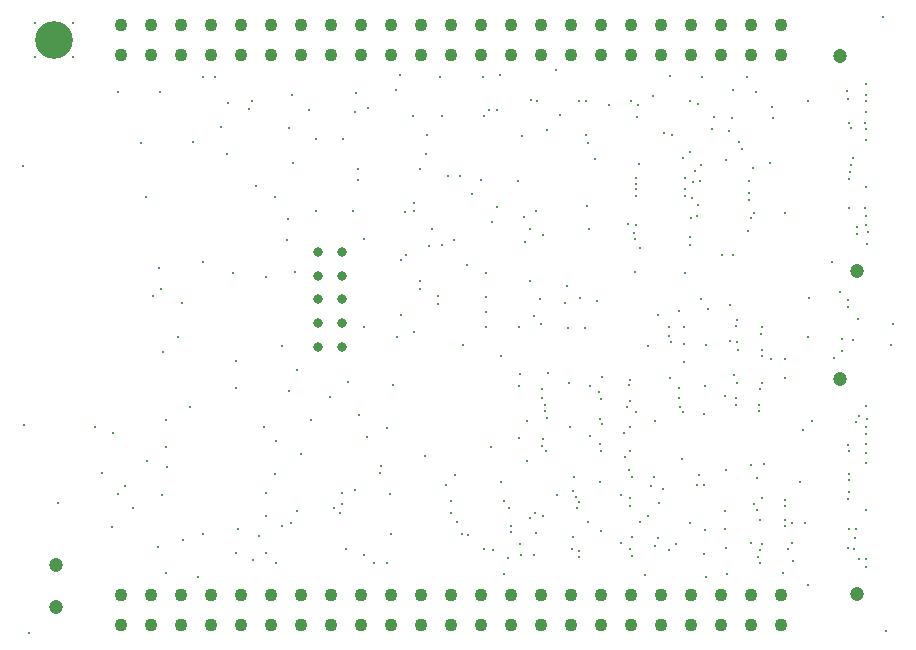
<source format=gbr>
%TF.GenerationSoftware,Altium Limited,Altium Designer,25.3.3 (18)*%
G04 Layer_Color=0*
%FSLAX45Y45*%
%MOMM*%
%TF.SameCoordinates,95E4F6BA-DA47-4B25-BB43-2529A7C35442*%
%TF.FilePolarity,Positive*%
%TF.FileFunction,Plated,1,6,PTH,Drill*%
%TF.Part,CustomerPanel*%
G01*
G75*
%TA.AperFunction,ComponentDrill*%
%ADD675C,1.20000*%
%ADD676C,1.10000*%
%ADD677C,0.80000*%
%ADD678C,3.20000*%
%TA.AperFunction,ViaDrill,NotFilled*%
%ADD679C,0.20000*%
%ADD680C,0.25000*%
%ADD681C,0.30000*%
D675*
X7995400Y3275000D02*
D03*
X8145400Y1455000D02*
D03*
X7995400Y6005000D02*
D03*
X8145400Y4185000D02*
D03*
X1362400Y1345000D02*
D03*
Y1695000D02*
D03*
D676*
X1914400Y1190500D02*
D03*
X2168400D02*
D03*
X2422400D02*
D03*
X2676400D02*
D03*
X2930400D02*
D03*
X3184400D02*
D03*
X3438400D02*
D03*
X3692400D02*
D03*
X3946400D02*
D03*
X4200400D02*
D03*
X4454400D02*
D03*
X4708400D02*
D03*
X4962400D02*
D03*
X5216400D02*
D03*
X5470400D02*
D03*
X5724400D02*
D03*
X5978400D02*
D03*
X6232400D02*
D03*
X6486400D02*
D03*
X6740400D02*
D03*
X6994400D02*
D03*
X7248400D02*
D03*
X7502400D02*
D03*
X1914400Y1444500D02*
D03*
X2168400D02*
D03*
X2422400D02*
D03*
X2676400D02*
D03*
X2930400D02*
D03*
X3184400D02*
D03*
X3438400D02*
D03*
X3692400D02*
D03*
X3946400D02*
D03*
X4200400D02*
D03*
X4454400D02*
D03*
X4708400D02*
D03*
X4962400D02*
D03*
X5216400D02*
D03*
X5470400D02*
D03*
X5724400D02*
D03*
X5978400D02*
D03*
X6232400D02*
D03*
X6486400D02*
D03*
X6740400D02*
D03*
X6994400D02*
D03*
X7248400D02*
D03*
X7502400D02*
D03*
X1914400Y6016500D02*
D03*
X2168400D02*
D03*
X2422400D02*
D03*
X2676400D02*
D03*
X2930400D02*
D03*
X3184400D02*
D03*
X3438400D02*
D03*
X3692400D02*
D03*
X3946400D02*
D03*
X4200400D02*
D03*
X4454400D02*
D03*
X4708400D02*
D03*
X4962400D02*
D03*
X5216400D02*
D03*
X5470400D02*
D03*
X5724400D02*
D03*
X5978400D02*
D03*
X6232400D02*
D03*
X6486400D02*
D03*
X6740400D02*
D03*
X6994400D02*
D03*
X7248400D02*
D03*
X7502400D02*
D03*
X1914400Y6270500D02*
D03*
X2168400D02*
D03*
X2422400D02*
D03*
X2676400D02*
D03*
X2930400D02*
D03*
X3184400D02*
D03*
X3438400D02*
D03*
X3692400D02*
D03*
X3946400D02*
D03*
X4200400D02*
D03*
X4454400D02*
D03*
X4708400D02*
D03*
X4962400D02*
D03*
X5216400D02*
D03*
X5470400D02*
D03*
X5724400D02*
D03*
X5978400D02*
D03*
X6232400D02*
D03*
X6486400D02*
D03*
X6740400D02*
D03*
X6994400D02*
D03*
X7248400D02*
D03*
X7502400D02*
D03*
D677*
X3782400Y3548000D02*
D03*
Y3748000D02*
D03*
Y3948000D02*
D03*
Y4148000D02*
D03*
Y4348000D02*
D03*
X3582400Y3548000D02*
D03*
Y3748000D02*
D03*
Y3948000D02*
D03*
Y4148000D02*
D03*
Y4348000D02*
D03*
D678*
X1342900Y6143500D02*
D03*
D679*
X8362400Y6340000D02*
D03*
X8387834Y1138008D02*
D03*
X1132400Y1120000D02*
D03*
X1092400Y2880000D02*
D03*
X1082400Y5080000D02*
D03*
X7123329Y3241556D02*
D03*
X7104560Y3303605D02*
D03*
X7032400Y5130000D02*
D03*
X7143504Y5282825D02*
D03*
X5127430Y2398108D02*
D03*
X8076493Y5442446D02*
D03*
X8091169Y5394648D02*
D03*
X8093555Y5088846D02*
D03*
X7217400Y4525000D02*
D03*
X6796322Y4746037D02*
D03*
X7001688Y4325269D02*
D03*
X6729627Y4410935D02*
D03*
X7260539Y5058678D02*
D03*
X7403056Y5099404D02*
D03*
X7172400Y5224024D02*
D03*
X7226631Y4790014D02*
D03*
X6814071Y4949987D02*
D03*
X7244827Y4638596D02*
D03*
X6670710Y5147500D02*
D03*
X6691150Y4972500D02*
D03*
X5927303Y5135789D02*
D03*
X6298125Y5094467D02*
D03*
X6201019Y4585892D02*
D03*
X6506625Y5358044D02*
D03*
X6770889Y5034141D02*
D03*
X6820826Y5082159D02*
D03*
X6756915Y4941800D02*
D03*
X6273201Y4979282D02*
D03*
X6271832Y4928233D02*
D03*
X6271552Y4878234D02*
D03*
X6275051Y4820726D02*
D03*
X6272768Y4579410D02*
D03*
X6686581Y4826477D02*
D03*
X7230145Y4949908D02*
D03*
X7227509Y4847507D02*
D03*
X7271144Y4682242D02*
D03*
X6685313Y4878659D02*
D03*
X6788829Y4655646D02*
D03*
X6743931Y4804879D02*
D03*
X6739900Y4632472D02*
D03*
X6259472Y4510077D02*
D03*
X6262312Y4458244D02*
D03*
X6307515Y4380763D02*
D03*
X6732792Y4479013D02*
D03*
X5192984Y2184630D02*
D03*
X5216395Y2030168D02*
D03*
X5216407Y1980169D02*
D03*
X5424659Y1972754D02*
D03*
X5418709Y2139368D02*
D03*
X5375539Y2097360D02*
D03*
X5157476Y2241599D02*
D03*
X6373386Y2111819D02*
D03*
X6240747Y2443955D02*
D03*
X6225077Y3267500D02*
D03*
X6211718Y3219318D02*
D03*
X6221716Y1830684D02*
D03*
X6209498Y2500277D02*
D03*
X6427240Y2440914D02*
D03*
X6401412Y2363380D02*
D03*
X6222400Y2200000D02*
D03*
X6240475Y1772333D02*
D03*
X6242626Y1938720D02*
D03*
X6310369Y2060192D02*
D03*
X6222400Y2270000D02*
D03*
Y2660000D02*
D03*
X5968916Y2719997D02*
D03*
X5974232Y2666353D02*
D03*
X5984129Y2889729D02*
D03*
X5964717Y2936769D02*
D03*
X6172400Y2820000D02*
D03*
X5962041Y3160608D02*
D03*
X5982388Y3289995D02*
D03*
X5972400Y3100000D02*
D03*
X6222400Y3090000D02*
D03*
X6194011Y3039769D02*
D03*
X7306761Y1770318D02*
D03*
X7515586Y1627402D02*
D03*
X7325610Y1715847D02*
D03*
X7592439Y1884245D02*
D03*
X7337170Y1873355D02*
D03*
X7319573Y1823379D02*
D03*
X7250173Y1881230D02*
D03*
X7562400Y1830000D02*
D03*
X7532400Y2030000D02*
D03*
Y2080000D02*
D03*
X7293021Y2435631D02*
D03*
X7341173Y2264965D02*
D03*
X7267418Y2213176D02*
D03*
X7531961Y2200332D02*
D03*
X7532961Y2250322D02*
D03*
X7322400Y2080000D02*
D03*
X7321512Y3191143D02*
D03*
X7341339Y3238790D02*
D03*
X7314763Y3054452D02*
D03*
X7312695Y3003702D02*
D03*
X7122400Y3110000D02*
D03*
Y3050000D02*
D03*
X7132386Y3519995D02*
D03*
X7127499Y3582718D02*
D03*
X7337407Y3518799D02*
D03*
X7338322Y3466946D02*
D03*
X7065475Y3593718D02*
D03*
X7328331Y3654781D02*
D03*
X7335004Y3712784D02*
D03*
X7128654Y3770894D02*
D03*
X7122400Y3720000D02*
D03*
X7534151Y4676000D02*
D03*
X7092400Y4325000D02*
D03*
X8151195Y3781968D02*
D03*
X6683630Y4169430D02*
D03*
X5483265Y4493580D02*
D03*
X5795335Y3959168D02*
D03*
X2263067Y2287523D02*
D03*
X8451585Y3737375D02*
D03*
X8434900Y3559739D02*
D03*
X5522365Y5382866D02*
D03*
X5321590Y4644282D02*
D03*
X5425587Y4694652D02*
D03*
X6791861Y2373397D02*
D03*
X4481895Y2619981D02*
D03*
X4392400Y3670000D02*
D03*
X2232400Y4210000D02*
D03*
X8218772Y1684779D02*
D03*
X3832400Y3250000D02*
D03*
X3677490Y3117655D02*
D03*
X3890848Y2334383D02*
D03*
X3991813Y2779007D02*
D03*
X4973911Y5826774D02*
D03*
X4613607Y5827546D02*
D03*
X5851454Y5625903D02*
D03*
X6466357Y2223066D02*
D03*
X3322400Y4630000D02*
D03*
X2882400Y3200000D02*
D03*
Y3430000D02*
D03*
X2292400Y2930000D02*
D03*
Y2700000D02*
D03*
X3436638Y2637718D02*
D03*
X6864059Y3564787D02*
D03*
X6457114Y1923815D02*
D03*
X5466681Y3736198D02*
D03*
X5128526Y3465041D02*
D03*
X4189054Y2298722D02*
D03*
X4102400Y2480000D02*
D03*
X4112400Y2540000D02*
D03*
X4212400Y3220000D02*
D03*
X5273899Y4954002D02*
D03*
X5283482Y3210489D02*
D03*
X5283888Y2770850D02*
D03*
X5277709Y3711469D02*
D03*
X4247202Y3633202D02*
D03*
X5042400Y2700000D02*
D03*
X5346122Y2916669D02*
D03*
X5515161Y2943620D02*
D03*
X4632400Y4410000D02*
D03*
X4732400Y4450000D02*
D03*
X4842400Y4240000D02*
D03*
X4849187Y1956458D02*
D03*
X4326497Y4326817D02*
D03*
X3021876Y5624019D02*
D03*
X2810166Y5177072D02*
D03*
X2992400Y5560000D02*
D03*
X3142394Y4139994D02*
D03*
X2862400Y4170001D02*
D03*
X2820764Y5609819D02*
D03*
X3274900Y3550000D02*
D03*
X3971977Y4458928D02*
D03*
X3382275Y4182500D02*
D03*
X3972399Y3717500D02*
D03*
X3402400Y3350000D02*
D03*
X2492679Y3037934D02*
D03*
X3336260Y3169371D02*
D03*
X3930513Y2964887D02*
D03*
X3121978Y2866066D02*
D03*
X3782747Y2212274D02*
D03*
X3272400Y2030000D02*
D03*
X2604476Y4263632D02*
D03*
X7299679Y2163852D02*
D03*
X8107947Y5147272D02*
D03*
X8078410Y4966066D02*
D03*
X8087623Y5024776D02*
D03*
X6844754Y2377731D02*
D03*
X7662400Y2400000D02*
D03*
X6808287Y2458315D02*
D03*
X7686698Y2845702D02*
D03*
X6675148Y3418006D02*
D03*
X6220442Y2867057D02*
D03*
X6432767Y2920716D02*
D03*
X6274272Y2995772D02*
D03*
X6372400Y3550000D02*
D03*
X6182400Y2610000D02*
D03*
X6432400Y1860000D02*
D03*
X6550493Y1828380D02*
D03*
X5292400Y1880000D02*
D03*
X6352271Y1611394D02*
D03*
X6864010Y1601044D02*
D03*
X7041478Y1624207D02*
D03*
X8105937Y3606359D02*
D03*
X7999949Y4006671D02*
D03*
X7600162Y1736535D02*
D03*
X3142097Y2115924D02*
D03*
X6822400Y3947500D02*
D03*
X7735318Y3962686D02*
D03*
X8063822Y3878978D02*
D03*
X8063630Y3945003D02*
D03*
X7732178Y3631825D02*
D03*
X7762400Y2920000D02*
D03*
X7532400Y3280000D02*
D03*
Y3445000D02*
D03*
X7411512Y3444793D02*
D03*
X8013439Y3610196D02*
D03*
X7952400Y3450000D02*
D03*
X8012400Y3510000D02*
D03*
X8222807Y3047135D02*
D03*
X8156477Y2960350D02*
D03*
X8133391Y2910622D02*
D03*
X8226344Y2938175D02*
D03*
X8223306Y2869523D02*
D03*
X4382400Y5500000D02*
D03*
X4983747Y5503003D02*
D03*
X4633747D02*
D03*
X4803747Y3563003D02*
D03*
X6613897Y1875833D02*
D03*
X5511245Y2664897D02*
D03*
X5474489Y2702985D02*
D03*
X5523628Y3324889D02*
D03*
X5707660Y3235833D02*
D03*
X5502400Y3000000D02*
D03*
X5501686Y3054045D02*
D03*
X5864766Y5273059D02*
D03*
X8065085Y5642287D02*
D03*
X5872951Y4539929D02*
D03*
X5842445Y3706612D02*
D03*
X6456196Y3813468D02*
D03*
X7068189Y3899534D02*
D03*
X6676772Y3714635D02*
D03*
X6262400Y4180000D02*
D03*
X6831495Y5828738D02*
D03*
X7211664Y5827195D02*
D03*
X7732400Y5630000D02*
D03*
X6670056Y2992762D02*
D03*
X6562400Y3280001D02*
D03*
X5868760Y2060716D02*
D03*
X5790997Y1763530D02*
D03*
X7353572Y2554359D02*
D03*
X6660695Y2595644D02*
D03*
X7246607Y2548600D02*
D03*
X6853383Y1993664D02*
D03*
X6725836Y2057734D02*
D03*
X7702400Y2050000D02*
D03*
X5776731Y2178451D02*
D03*
X5793106Y2229467D02*
D03*
X5762874Y2275444D02*
D03*
X5744753Y2446317D02*
D03*
X5602400Y2290000D02*
D03*
X4706140Y2240134D02*
D03*
X4704817Y2140418D02*
D03*
X4752896Y2065889D02*
D03*
X4799230Y1958541D02*
D03*
X5189934Y1757266D02*
D03*
X3398075Y2155029D02*
D03*
X2562932Y1600491D02*
D03*
X6553072Y3714062D02*
D03*
X4742400Y2460000D02*
D03*
X5350570Y2578802D02*
D03*
X5854625Y4738184D02*
D03*
X7932400Y4260000D02*
D03*
X7732400Y1530000D02*
D03*
X7024346Y2005659D02*
D03*
X4662400Y2380000D02*
D03*
X3225713Y1718731D02*
D03*
X4201900Y1959500D02*
D03*
X3783747Y2308653D02*
D03*
X3142739Y1800579D02*
D03*
X3352400Y2050000D02*
D03*
X3081247Y1941388D02*
D03*
X2009480Y2183054D02*
D03*
X1842400Y2817392D02*
D03*
X5482122Y2768096D02*
D03*
X5480332Y3191787D02*
D03*
X5729736Y1830870D02*
D03*
X5736727Y1935673D02*
D03*
X5737399Y2325000D02*
D03*
X5885146Y2790909D02*
D03*
Y3210001D02*
D03*
X6845899Y1795281D02*
D03*
X6632400Y3200000D02*
D03*
X6679900Y3566485D02*
D03*
X6632400Y3850000D02*
D03*
X6552400Y3640000D02*
D03*
X6564871Y3585249D02*
D03*
X7292400Y5700000D02*
D03*
X6795416Y5603016D02*
D03*
X5286061Y3315116D02*
D03*
X5004733Y3713076D02*
D03*
X2425968Y3919950D02*
D03*
X5697297Y3701733D02*
D03*
X6142400Y2290000D02*
D03*
Y1887379D02*
D03*
X5713696Y2867204D02*
D03*
X5971673Y2402302D02*
D03*
X5972400Y1990000D02*
D03*
X5477227Y3111606D02*
D03*
X7029900Y2156486D02*
D03*
X7034758Y2507069D02*
D03*
X7036877Y1845000D02*
D03*
X6497400Y2340370D02*
D03*
X7022400Y3130000D02*
D03*
X6883324Y3869064D02*
D03*
X6852400Y3213213D02*
D03*
X8072400Y2660000D02*
D03*
X5486279Y2110165D02*
D03*
X7589900Y2050496D02*
D03*
X8232783Y4520454D02*
D03*
X4443039Y5052602D02*
D03*
X5462400Y3950000D02*
D03*
X5372400Y4100000D02*
D03*
X4522452Y4398326D02*
D03*
X5409872Y3810000D02*
D03*
X4782400Y4990000D02*
D03*
X4682400Y4989014D02*
D03*
X5377472Y4540833D02*
D03*
X4441161Y4037421D02*
D03*
X4281947Y4283233D02*
D03*
X4058270Y1718223D02*
D03*
X2432832Y1910944D02*
D03*
X3212400Y2470000D02*
D03*
X3222780Y2746653D02*
D03*
X2124223Y4817545D02*
D03*
X3051290Y4903603D02*
D03*
X3372400Y5100000D02*
D03*
X3522400Y2930000D02*
D03*
X2900081Y2001305D02*
D03*
X5692400Y4060000D02*
D03*
X5052400Y4600000D02*
D03*
X4492400Y5180000D02*
D03*
X4881971Y4840468D02*
D03*
X7432400Y5480000D02*
D03*
X6848172Y2978753D02*
D03*
X1693233Y2870415D02*
D03*
X6731531Y5627216D02*
D03*
X6412400Y5670000D02*
D03*
X6292400Y5590000D02*
D03*
X6280570Y5489057D02*
D03*
X3813852Y1832573D02*
D03*
X6575053Y5336911D02*
D03*
X7062067Y5373121D02*
D03*
X6929900Y5490000D02*
D03*
X7082400Y5480000D02*
D03*
X5850482Y5340141D02*
D03*
X5632400Y5510000D02*
D03*
X5307318Y5327451D02*
D03*
X4962400Y4960000D02*
D03*
X6727095Y5195084D02*
D03*
X4242400Y5721722D02*
D03*
X5791391Y5626532D02*
D03*
X6042400Y5590000D02*
D03*
X7093190Y5721611D02*
D03*
X7422400Y5580000D02*
D03*
X5432400Y5630000D02*
D03*
X5382263Y5632256D02*
D03*
X5023808Y5549718D02*
D03*
X5092339Y5555019D02*
D03*
X5790957Y1814952D02*
D03*
X4002400Y5570000D02*
D03*
X6562400Y5840000D02*
D03*
X5122400Y5850000D02*
D03*
X4272400D02*
D03*
X3502400Y5550000D02*
D03*
X3904608Y5695489D02*
D03*
X3892400Y5530000D02*
D03*
X5596089Y5890135D02*
D03*
X6918170Y5389633D02*
D03*
X6233400Y5624083D02*
D03*
X3965901Y1779788D02*
D03*
X2603926Y5827756D02*
D03*
X2704315Y5830749D02*
D03*
X1839183Y2021469D02*
D03*
X1754500Y2474775D02*
D03*
X3031332Y1742512D02*
D03*
X3717670Y2182957D02*
D03*
X3768316Y2140456D02*
D03*
X4162325Y1716551D02*
D03*
X6635771Y3114523D02*
D03*
X6641794Y3034384D02*
D03*
X4393201Y4693668D02*
D03*
X4393039Y4765770D02*
D03*
X4595998Y3973046D02*
D03*
X4591936Y3907273D02*
D03*
X4444662Y4101914D02*
D03*
X4982400Y1830000D02*
D03*
X5404900Y1780000D02*
D03*
X5294900D02*
D03*
X5061337Y1821950D02*
D03*
X4312400Y4690000D02*
D03*
X5156330Y1624879D02*
D03*
X8062400Y5710000D02*
D03*
X8145573Y4560225D02*
D03*
X8145146Y4497006D02*
D03*
X8225106Y4417398D02*
D03*
X8221190Y4573566D02*
D03*
X8119478Y1837239D02*
D03*
X8161647Y1752676D02*
D03*
X8126726Y1924809D02*
D03*
X8137341Y2004912D02*
D03*
X8222400Y1750000D02*
D03*
X8069143Y1839696D02*
D03*
X8221521Y5628445D02*
D03*
X8072497Y2000173D02*
D03*
X8218735Y2164376D02*
D03*
X8222232Y2564061D02*
D03*
X8218276Y2646753D02*
D03*
X8221573Y2805640D02*
D03*
X8221931Y4655497D02*
D03*
Y4895251D02*
D03*
X8222400Y5775000D02*
D03*
X8219258Y5295000D02*
D03*
X8221050Y5535000D02*
D03*
X8070631Y2717282D02*
D03*
X8220907Y2721834D02*
D03*
X8073360Y2472841D02*
D03*
X8072400Y2420000D02*
D03*
X8073535Y2312606D02*
D03*
X8067472Y2261180D02*
D03*
X8217741Y5680295D02*
D03*
X8216228Y5389101D02*
D03*
X8215473Y5441828D02*
D03*
X8072400Y4720000D02*
D03*
X8212400D02*
D03*
X4542400Y4540000D02*
D03*
X5334881Y4430081D02*
D03*
X5093475Y4725690D02*
D03*
X4500352Y5340233D02*
D03*
X5004486Y3843916D02*
D03*
X5005118Y4168584D02*
D03*
X5002400Y3970000D02*
D03*
X4281684Y3814947D02*
D03*
X1889655Y5699313D02*
D03*
X2238410Y5700798D02*
D03*
X3362400Y5680000D02*
D03*
X3337858Y5401433D02*
D03*
X3562268Y5307891D02*
D03*
X3877727Y4694868D02*
D03*
X3561800Y4694491D02*
D03*
X3792410Y5305052D02*
D03*
X2754737Y5410493D02*
D03*
X2081702Y5269783D02*
D03*
X2521651Y5282943D02*
D03*
X3212214Y4813335D02*
D03*
X3319687Y4448980D02*
D03*
X4162400Y2860000D02*
D03*
X3142128Y2310946D02*
D03*
X2602400Y1960000D02*
D03*
X2882833Y1801168D02*
D03*
X2292356Y1630605D02*
D03*
X1382138Y2226361D02*
D03*
X1947339Y2368211D02*
D03*
X1890892Y2298202D02*
D03*
X2132400Y2580000D02*
D03*
X2297959Y2525693D02*
D03*
X2392400Y3630000D02*
D03*
X2181807Y3977139D02*
D03*
X2247767Y4034777D02*
D03*
D680*
X1502900Y6283500D02*
D03*
Y6003500D02*
D03*
X1182900D02*
D03*
Y6283500D02*
D03*
D681*
X2221969Y1850000D02*
D03*
X5942400Y3930000D02*
D03*
X2264248Y3502839D02*
D03*
X5672222Y3913968D02*
D03*
X3921853Y4961484D02*
D03*
X3921963Y5047198D02*
D03*
%TF.MD5,490074073f1a143502feceddb6581bb3*%
M02*

</source>
